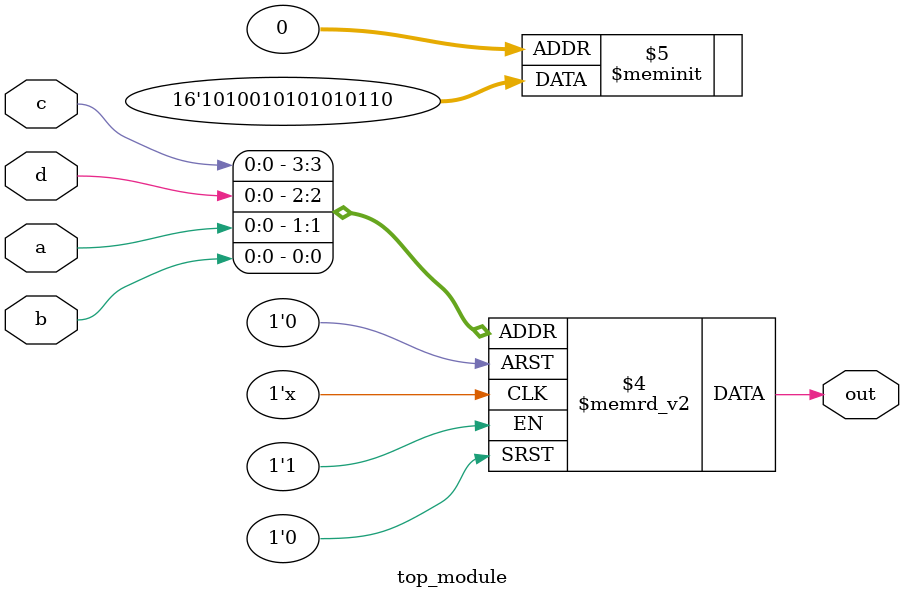
<source format=sv>
module top_module (
    input a, 
    input b,
    input c,
    input d,
    output reg out
);

always @(*) begin
    case ({c, d, a, b})
        4'b0000: out = 1'b0;
        4'b0001: out = 1'b1;
        4'b0010: out = 1'b1;
        4'b0011: out = 1'b0;
        4'b0100: out = 1'b1;
        4'b0101: out = 1'b0;
        4'b0110: out = 1'b1;
        4'b0111: out = 1'b0;
        4'b1000: out = 1'b1;
        4'b1001: out = 1'b0;
        4'b1010: out = 1'b1;
        4'b1011: out = 1'b0;
        4'b1100: out = 1'b0;
        4'b1101: out = 1'b1;
        4'b1110: out = 1'b0;
        4'b1111: out = 1'b1;
    endcase
end

endmodule

</source>
